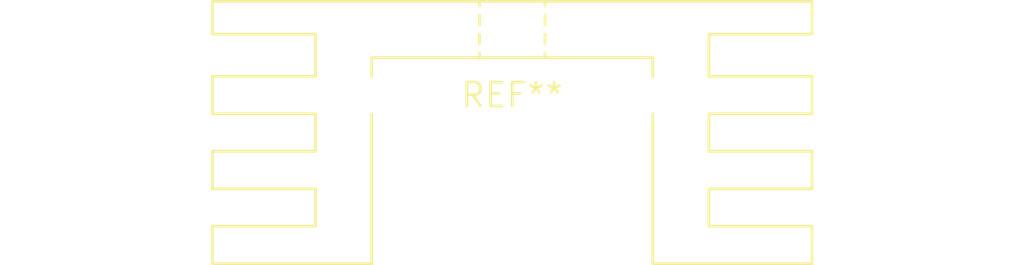
<source format=kicad_pcb>
(kicad_pcb (version 20240108) (generator pcbnew)
  (layers (0 "F.Cu" signal) (31 "B.Cu" signal) (34 "B.Paste" user) (35 "F.Paste" user) (36 "B.SilkS" user "B.Silkscreen") (37 "F.SilkS" user "F.Silkscreen") (38 "B.Mask" user) (39 "F.Mask" user) (44 "Edge.Cuts" user))
  (net 0 "")
  (footprint "Heatsink_Stonecold_HS-132_32x14mm_2xFixation1.5mm" (layer "F.Cu") (at 0 0)
    (property "Reference" "REF**")
    (property "Value" "Heatsink_Stonecold_HS-132_32x14mm_2xFixation1.5mm")
    (fp_line (start -16 -5) (end 16 -5) (layer "F.SilkS") (stroke (width 0.15)))
    (fp_line (start -16 -3.25) (end -16 -5) (layer "F.SilkS") (stroke (width 0.15)))
    (fp_line (start -16 -1) (end -16 1) (layer "F.SilkS") (stroke (width 0.15)))
    (fp_line (start -16 1) (end -10.5 1) (layer "F.SilkS") (stroke (width 0.15)))
    (fp_line (start -16 3) (end -16 5) (layer "F.SilkS") (stroke (width 0.15)))
    (fp_line (start -16 5) (end -10.5 5) (layer "F.SilkS") (stroke (width 0.15)))
    (fp_line (start -16 7) (end -16 9) (layer "F.SilkS") (stroke (width 0.15)))
    (fp_line (start -10.5 -3.25) (end -16 -3.25) (layer "F.SilkS") (stroke (width 0.15)))
    (fp_line (start -10.5 -3.25) (end -10.5 -1) (layer "F.SilkS") (stroke (width 0.15)))
    (fp_line (start -10.5 -1) (end -16 -1) (layer "F.SilkS") (stroke (width 0.15)))
    (fp_line (start -10.5 1) (end -10.5 3) (layer "F.SilkS") (stroke (width 0.15)))
    (fp_line (start -10.5 3) (end -16 3) (layer "F.SilkS") (stroke (width 0.15)))
    (fp_line (start -10.5 5) (end -10.5 7) (layer "F.SilkS") (stroke (width 0.15)))
    (fp_line (start -10.5 7) (end -16 7) (layer "F.SilkS") (stroke (width 0.15)))
    (fp_line (start -7.5 -2) (end -7.5 -1) (layer "F.SilkS") (stroke (width 0.15)))
    (fp_line (start -7.5 -2) (end 7.5 -2) (layer "F.SilkS") (stroke (width 0.15)))
    (fp_line (start -7.5 1) (end -7.5 9) (layer "F.SilkS") (stroke (width 0.15)))
    (fp_line (start -7.5 9) (end -16 9) (layer "F.SilkS") (stroke (width 0.15)))
    (fp_line (start -1.75 -4.75) (end -1.75 -5) (layer "F.SilkS") (stroke (width 0.15)))
    (fp_line (start -1.75 -4.25) (end -1.75 -3.75) (layer "F.SilkS") (stroke (width 0.15)))
    (fp_line (start -1.75 -3.25) (end -1.75 -2.75) (layer "F.SilkS") (stroke (width 0.15)))
    (fp_line (start -1.75 -2.25) (end -1.75 -2) (layer "F.SilkS") (stroke (width 0.15)))
    (fp_line (start 1.75 -4.75) (end 1.75 -5) (layer "F.SilkS") (stroke (width 0.15)))
    (fp_line (start 1.75 -4.25) (end 1.75 -3.75) (layer "F.SilkS") (stroke (width 0.15)))
    (fp_line (start 1.75 -3.25) (end 1.75 -2.75) (layer "F.SilkS") (stroke (width 0.15)))
    (fp_line (start 1.75 -2.25) (end 1.75 -2) (layer "F.SilkS") (stroke (width 0.15)))
    (fp_line (start 7.5 -2) (end 7.5 -1) (layer "F.SilkS") (stroke (width 0.15)))
    (fp_line (start 7.5 1) (end 7.5 9) (layer "F.SilkS") (stroke (width 0.15)))
    (fp_line (start 7.5 9) (end 16 9) (layer "F.SilkS") (stroke (width 0.15)))
    (fp_line (start 10.5 -3.25) (end 10.5 -1) (layer "F.SilkS") (stroke (width 0.15)))
    (fp_line (start 10.5 -3.25) (end 16 -3.25) (layer "F.SilkS") (stroke (width 0.15)))
    (fp_line (start 10.5 -1) (end 16 -1) (layer "F.SilkS") (stroke (width 0.15)))
    (fp_line (start 10.5 1) (end 10.5 3) (layer "F.SilkS") (stroke (width 0.15)))
    (fp_line (start 10.5 1) (end 16 1) (layer "F.SilkS") (stroke (width 0.15)))
    (fp_line (start 10.5 3) (end 16 3) (layer "F.SilkS") (stroke (width 0.15)))
    (fp_line (start 10.5 5) (end 10.5 7) (layer "F.SilkS") (stroke (width 0.15)))
    (fp_line (start 10.5 5) (end 16 5) (layer "F.SilkS") (stroke (width 0.15)))
    (fp_line (start 10.5 7) (end 16 7) (layer "F.SilkS") (stroke (width 0.15)))
    (fp_line (start 16 -5) (end 16 -3.25) (layer "F.SilkS") (stroke (width 0.15)))
    (fp_line (start 16 -1) (end 16 1) (layer "F.SilkS") (stroke (width 0.15)))
    (fp_line (start 16 3) (end 16 5) (layer "F.SilkS") (stroke (width 0.15)))
    (fp_line (start 16 7) (end 16 9) (layer "F.SilkS") (stroke (width 0.15)))
    (pad "1" thru_hole circle (at -8.9 0) (size 3 3) (drill 1.5) (layers *.Cu *.Mask) (remove_unused_layers))
    (pad "1" thru_hole circle (at 8.9 0) (size 3 3) (drill 1.5) (layers *.Cu *.Mask) (remove_unused_layers))
  )
)
</source>
